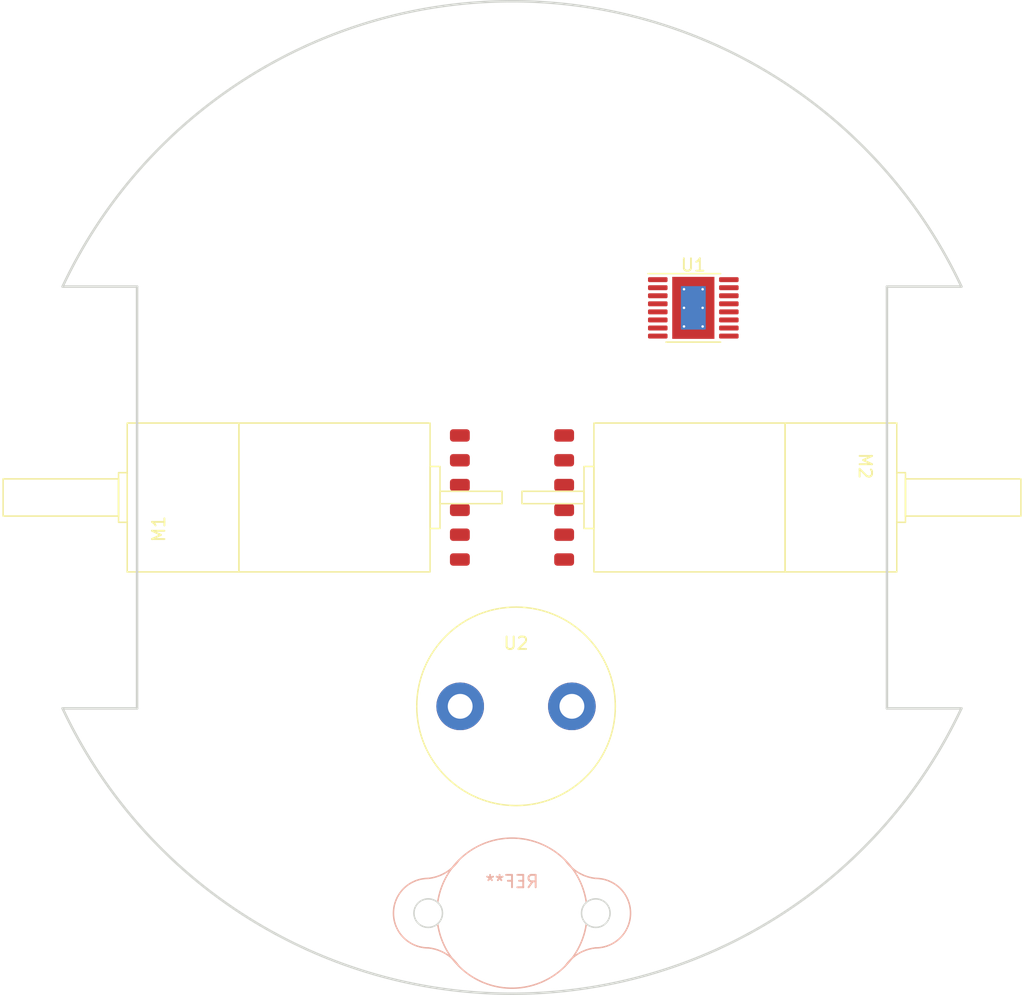
<source format=kicad_pcb>
(kicad_pcb (version 20221018) (generator pcbnew)
  (layers (0 "F.Cu" signal) (31 "B.Cu" signal) (34 "B.Paste" user) (35 "F.Paste" user) (36 "B.SilkS" user "B.Silkscreen") (37 "F.SilkS" user "F.Silkscreen") (38 "B.Mask" user) (39 "F.Mask" user) (44 "Edge.Cuts" user))
  (net 0 "")
  (net 1 "GND")
  (net 3 "VCC")
  (net 5 "Net-(M1-M2)")
  (net 6 "Net-(M1-M1)")
  (net 9 "Net-(M2-M2)")
  (net 10 "Net-(M2-M1)")
  (net 12 "Net-(U1-AISEN)")
  (net 13 "Net-(U1-BISEN)")
  (net 17 "Net-(U1-VCP)")
  (footprint "pololu:ULTRASOUND_T_R" (layer "F.Cu") (at 60.325 76.835)
    (fp_text reference "U2" (at 0 -5.08 unlocked) (layer "F.SilkS"))
    (fp_text value "ULTRASOUND_T_R")
    (fp_circle (center 0 0) (end 8 0) (stroke (width 0.12)) (fill none) (layer "F.SilkS"))
    (pad "1" thru_hole circle (at 4.5 0) (size 3.84 3.84) (drill 2) (layers "*.Cu" "*.Mask") (net 1 "GND"))
    (pad "2" thru_hole circle (at -4.5 0) (size 3.84 3.84) (drill 2) (layers "*.Cu" "*.Mask") (net 13 "Net-(U1-BISEN)"))
  )
  (footprint "pololu:N20_EXTENDED_SHAFT" (layer "F.Cu") (at 19 60 90)
    (fp_text reference "M1" (at -2.54 12.54 90 unlocked) (layer "F.SilkS"))
    (fp_text value "N20_MOTOR_EXTENDED_SHAFT")
    (fp_rect (start -6 10) (end 6 19) (stroke (width 0.12)) (fill none) (layer "F.SilkS"))
    (fp_rect (start -6 19) (end 6 34.4) (stroke (width 0.12)) (fill none) (layer "F.SilkS"))
    (fp_rect (start -2.5 34.4) (end 2.5 35.2) (stroke (width 0.12)) (fill none) (layer "F.SilkS"))
    (fp_rect (start -2 10) (end 2 9.3) (stroke (width 0.12)) (fill none) (layer "F.SilkS"))
    (fp_rect (start -1.5 9.3) (end 1.5 0) (stroke (width 0.12)) (fill none) (layer "F.SilkS"))
    (fp_rect (start -0.5 35.2) (end 0.5 40.2) (stroke (width 0.12)) (fill none) (layer "F.SilkS"))
    (pad "1" smd roundrect (at -5 36.8 90) (size 1 1.6) (layers "F.Cu" "F.Paste" "F.Mask") (net 1 "GND"))
    (pad "2" smd roundrect (at -3 36.8 90) (size 1 1.6) (layers "F.Cu" "F.Paste" "F.Mask"))
    (pad "3" smd roundrect (at -1 36.8 90) (size 1 1.6) (layers "F.Cu" "F.Paste" "F.Mask"))
    (pad "4" smd roundrect (at 1 36.8 90) (size 1 1.6) (layers "F.Cu" "F.Paste" "F.Mask") (net 3 "VCC"))
    (pad "5" smd roundrect (at 3 36.8 90) (size 1 1.6) (layers "F.Cu" "F.Paste" "F.Mask") (net 5 "Net-(M1-M2)"))
    (pad "6" smd roundrect (at 5 36.8 90) (size 1 1.6) (layers "F.Cu" "F.Paste" "F.Mask") (net 6 "Net-(M1-M1)"))
  )
  (footprint "Package_SO:HTSSOP-16-1EP_4.4x5mm_P0.65mm_EP3.4x5mm_Mask2.46x2.31mm_ThermalVias" (layer "F.Cu") (at 74.6075 44.715)
    (fp_text reference "U1" (at 0 -3.45) (layer "F.SilkS"))
    (fp_text value "DRV8833PWP")
    (fp_line (start 0 -2.76) (end -3.65 -2.76) (stroke (width 0.12)) (layer "F.SilkS"))
    (fp_line (start 0 -2.76) (end 2.2 -2.76) (stroke (width 0.12)) (layer "F.SilkS"))
    (fp_line (start 0 2.76) (end -2.2 2.76) (stroke (width 0.12)) (layer "F.SilkS"))
    (fp_line (start 0 2.76) (end 2.2 2.76) (stroke (width 0.12)) (layer "F.SilkS"))
    (pad "1" smd roundrect (at -2.8625 -2.275) (size 1.575 0.4) (layers "F.Cu" "F.Paste" "F.Mask"))
    (pad "2" smd roundrect (at -2.8625 -1.625) (size 1.575 0.4) (layers "F.Cu" "F.Paste" "F.Mask") (net 6 "Net-(M1-M1)"))
    (pad "3" smd roundrect (at -2.8625 -0.975) (size 1.575 0.4) (layers "F.Cu" "F.Paste" "F.Mask") (net 12 "Net-(U1-AISEN)"))
    (pad "4" smd roundrect (at -2.8625 -0.325) (size 1.575 0.4) (layers "F.Cu" "F.Paste" "F.Mask") (net 5 "Net-(M1-M2)"))
    (pad "5" smd roundrect (at -2.8625 0.325) (size 1.575 0.4) (layers "F.Cu" "F.Paste" "F.Mask") (net 9 "Net-(M2-M2)"))
    (pad "6" smd roundrect (at -2.8625 0.975) (size 1.575 0.4) (layers "F.Cu" "F.Paste" "F.Mask") (net 13 "Net-(U1-BISEN)"))
    (pad "7" smd roundrect (at -2.8625 1.625) (size 1.575 0.4) (layers "F.Cu" "F.Paste" "F.Mask") (net 10 "Net-(M2-M1)"))
    (pad "8" smd roundrect (at -2.8625 2.275) (size 1.575 0.4) (layers "F.Cu" "F.Paste" "F.Mask"))
    (pad "9" smd roundrect (at 2.8625 2.275) (size 1.575 0.4) (layers "F.Cu" "F.Paste" "F.Mask"))
    (pad "10" smd roundrect (at 2.8625 1.625) (size 1.575 0.4) (layers "F.Cu" "F.Paste" "F.Mask"))
    (pad "11" smd roundrect (at 2.8625 0.975) (size 1.575 0.4) (layers "F.Cu" "F.Paste" "F.Mask") (net 17 "Net-(U1-VCP)"))
    (pad "12" smd roundrect (at 2.8625 0.325) (size 1.575 0.4) (layers "F.Cu" "F.Paste" "F.Mask") (net 3 "VCC"))
    (pad "13" smd roundrect (at 2.8625 -0.325) (size 1.575 0.4) (layers "F.Cu" "F.Paste" "F.Mask") (net 1 "GND"))
    (pad "14" smd roundrect (at 2.8625 -0.975) (size 1.575 0.4) (layers "F.Cu" "F.Paste" "F.Mask") (net 3 "VCC"))
    (pad "15" smd roundrect (at 2.8625 -1.625) (size 1.575 0.4) (layers "F.Cu" "F.Paste" "F.Mask"))
    (pad "16" smd roundrect (at 2.8625 -2.275) (size 1.575 0.4) (layers "F.Cu" "F.Paste" "F.Mask"))
    (pad "17" thru_hole circle (at -0.75 -1.5) (size 0.5 0.5) (drill 0.2) (layers "*.Cu") (net 1 "GND"))
    (pad "17" thru_hole circle (at -0.75 0) (size 0.5 0.5) (drill 0.2) (layers "*.Cu") (net 1 "GND"))
    (pad "17" thru_hole circle (at -0.75 1.5) (size 0.5 0.5) (drill 0.2) (layers "*.Cu") (net 1 "GND"))
    (pad "17" smd rect (at 0 0) (size 2 3.5) (layers "B.Cu") (net 1 "GND"))
    (pad "17" smd rect (at 0 0) (size 3.4 5) (layers "F.Cu") (net 1 "GND"))
    (pad "17" thru_hole circle (at 0.75 -1.5) (size 0.5 0.5) (drill 0.2) (layers "*.Cu") (net 1 "GND"))
    (pad "17" thru_hole circle (at 0.75 0) (size 0.5 0.5) (drill 0.2) (layers "*.Cu") (net 1 "GND"))
    (pad "17" thru_hole circle (at 0.75 1.5) (size 0.5 0.5) (drill 0.2) (layers "*.Cu") (net 1 "GND"))
  )
  (footprint "pololu:N20_EXTENDED_SHAFT" (layer "F.Cu") (at 101 60 -90)
    (fp_text reference "M2" (at -2.54 12.54 -90 unlocked) (layer "F.SilkS"))
    (fp_text value "N20_MOTOR_EXTENDED_SHAFT")
    (fp_rect (start -6 10) (end 6 19) (stroke (width 0.12)) (fill none) (layer "F.SilkS"))
    (fp_rect (start -6 19) (end 6 34.4) (stroke (width 0.12)) (fill none) (layer "F.SilkS"))
    (fp_rect (start -2.5 34.4) (end 2.5 35.2) (stroke (width 0.12)) (fill none) (layer "F.SilkS"))
    (fp_rect (start -2 10) (end 2 9.3) (stroke (width 0.12)) (fill none) (layer "F.SilkS"))
    (fp_rect (start -1.5 9.3) (end 1.5 0) (stroke (width 0.12)) (fill none) (layer "F.SilkS"))
    (fp_rect (start -0.5 35.2) (end 0.5 40.2) (stroke (width 0.12)) (fill none) (layer "F.SilkS"))
    (pad "1" smd roundrect (at -5 36.8 270) (size 1 1.6) (layers "F.Cu" "F.Paste" "F.Mask") (net 1 "GND"))
    (pad "2" smd roundrect (at -3 36.8 270) (size 1 1.6) (layers "F.Cu" "F.Paste" "F.Mask"))
    (pad "3" smd roundrect (at -1 36.8 270) (size 1 1.6) (layers "F.Cu" "F.Paste" "F.Mask"))
    (pad "4" smd roundrect (at 1 36.8 270) (size 1 1.6) (layers "F.Cu" "F.Paste" "F.Mask") (net 3 "VCC"))
    (pad "5" smd roundrect (at 3 36.8 270) (size 1 1.6) (layers "F.Cu" "F.Paste" "F.Mask") (net 9 "Net-(M2-M2)"))
    (pad "6" smd roundrect (at 5 36.8 270) (size 1 1.6) (layers "F.Cu" "F.Paste" "F.Mask") (net 10 "Net-(M2-M1)"))
  )
  (footprint "pololu:BALL_CASTER_3_8" (layer "B.Cu") (at 60.000011 93.505 180)
    (fp_text reference "REF**" (at 0 2.54 unlocked) (layer "B.SilkS") (effects (justify mirror)))
    (fp_text value "BALL_CASTER_3_8")
    (fp_arc (start -6.75 2.8) (mid -9.550001 0) (end -6.75 -2.8) (stroke (width 0.12)) (layer "B.SilkS"))
    (fp_arc (start -6.75 2.8) (mid -5.350167 3.264983) (end -4.277997 4.277996) (stroke (width 0.12)) (layer "B.SilkS"))
    (fp_arc (start -5.988332 -0.861605) (mid 0 -6.049999) (end 5.988332 -0.861605) (stroke (width 0.12)) (layer "B.SilkS"))
    (fp_arc (start -4.277996 -4.277996) (mid -5.350166 -3.264983) (end -6.75 -2.8) (stroke (width 0.12)) (layer "B.SilkS"))
    (fp_arc (start 4.277996 4.277996) (mid 5.350166 3.264984) (end 6.75 2.8) (stroke (width 0.12)) (layer "B.SilkS"))
    (fp_arc (start 5.988332 0.861605) (mid 0 6.049999) (end -5.988332 0.861605) (stroke (width 0.12)) (layer "B.SilkS"))
    (fp_arc (start 6.75 -2.8) (mid 5.350172 -3.264991) (end 4.277997 -4.277996) (stroke (width 0.12)) (layer "B.SilkS"))
    (fp_arc (start 6.75 -2.8) (mid 9.55 0) (end 6.75 2.8) (stroke (width 0.12)) (layer "B.SilkS"))
    (fp_circle (center -6.75 0) (end -5.6 0) (stroke (width 0.12)) (fill none) (layer "Edge.Cuts"))
    (fp_circle (center 6.75 0) (end 7.9 0) (stroke (width 0.12)) (fill none) (layer "Edge.Cuts"))
  )
  (gr_line (start 90.2077 43) (end 96.2077 43) (stroke (width 0.2)) (layer "Edge.Cuts"))
  (gr_line (start 29.7923 77) (end 23.7923 77) (stroke (width 0.2)) (layer "Edge.Cuts"))
  (gr_line (start 90.2077 77) (end 90.2077 43) (stroke (width 0.2)) (layer "Edge.Cuts"))
  (gr_arc (start 96.207723 77.000023) (mid 60.000105 100) (end 23.792366 77.000213) (stroke (width 0.2)) (layer "Edge.Cuts"))
  (gr_arc (start 23.792366 42.999787) (mid 60.000105 20) (end 96.207723 42.999977) (stroke (width 0.2)) (layer "Edge.Cuts"))
  (gr_line (start 23.7923 43) (end 29.7923 43) (stroke (width 0.2)) (layer "Edge.Cuts"))
  (gr_line (start 96.2077 77) (end 90.2077 77) (stroke (width 0.2)) (layer "Edge.Cuts"))
  (gr_line (start 29.7923 43) (end 29.7923 77) (stroke (width 0.2)) (layer "Edge.Cuts"))
)
</source>
